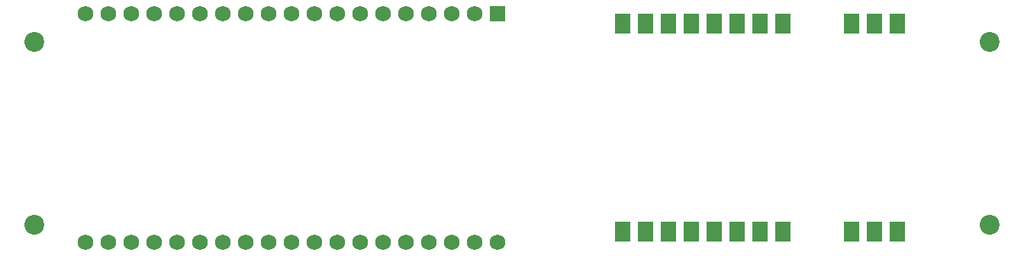
<source format=gbr>
%TF.GenerationSoftware,KiCad,Pcbnew,6.0.11+dfsg-1*%
%TF.CreationDate,2025-08-05T12:34:31+02:00*%
%TF.ProjectId,Kimera,4b696d65-7261-42e6-9b69-6361645f7063,rev?*%
%TF.SameCoordinates,Original*%
%TF.FileFunction,Soldermask,Top*%
%TF.FilePolarity,Negative*%
%FSLAX46Y46*%
G04 Gerber Fmt 4.6, Leading zero omitted, Abs format (unit mm)*
G04 Created by KiCad (PCBNEW 6.0.11+dfsg-1) date 2025-08-05 12:34:31*
%MOMM*%
%LPD*%
G01*
G04 APERTURE LIST*
G04 Aperture macros list*
%AMRoundRect*
0 Rectangle with rounded corners*
0 $1 Rounding radius*
0 $2 $3 $4 $5 $6 $7 $8 $9 X,Y pos of 4 corners*
0 Add a 4 corners polygon primitive as box body*
4,1,4,$2,$3,$4,$5,$6,$7,$8,$9,$2,$3,0*
0 Add four circle primitives for the rounded corners*
1,1,$1+$1,$2,$3*
1,1,$1+$1,$4,$5*
1,1,$1+$1,$6,$7*
1,1,$1+$1,$8,$9*
0 Add four rect primitives between the rounded corners*
20,1,$1+$1,$2,$3,$4,$5,0*
20,1,$1+$1,$4,$5,$6,$7,0*
20,1,$1+$1,$6,$7,$8,$9,0*
20,1,$1+$1,$8,$9,$2,$3,0*%
G04 Aperture macros list end*
%ADD10C,2.200000*%
%ADD11RoundRect,0.102000X0.755000X-1.040000X0.755000X1.040000X-0.755000X1.040000X-0.755000X-1.040000X0*%
%ADD12RoundRect,0.102000X-0.765000X0.765000X-0.765000X-0.765000X0.765000X-0.765000X0.765000X0.765000X0*%
%ADD13C,1.734000*%
G04 APERTURE END LIST*
D10*
%TO.C,REF\u002A\u002A*%
X199390000Y-112395000D03*
%TD*%
%TO.C,REF\u002A\u002A*%
X199390000Y-92075000D03*
%TD*%
%TO.C,REF\u002A\u002A*%
X93345000Y-112395000D03*
%TD*%
%TO.C,REF\u002A\u002A*%
X93345000Y-92075000D03*
%TD*%
D11*
%TO.C,U2*%
X158620000Y-113175000D03*
X161160000Y-113175000D03*
X163700000Y-113175000D03*
X166240000Y-113175000D03*
X168780000Y-113175000D03*
X171320000Y-113175000D03*
X173860000Y-113175000D03*
X158620000Y-90025000D03*
X161160000Y-90025000D03*
X163700000Y-90025000D03*
X166240000Y-90025000D03*
X168780000Y-90025000D03*
X171320000Y-90025000D03*
X173860000Y-90025000D03*
X176400000Y-90025000D03*
X176400000Y-113175000D03*
X184000000Y-90025000D03*
X186540000Y-90025000D03*
X189080000Y-90025000D03*
X184000000Y-113175000D03*
X186540000Y-113175000D03*
X189080000Y-113175000D03*
%TD*%
D12*
%TO.C,U1*%
X144770000Y-88900000D03*
D13*
X142230000Y-88900000D03*
X139690000Y-88900000D03*
X137150000Y-88900000D03*
X134610000Y-88900000D03*
X132070000Y-88900000D03*
X129530000Y-88900000D03*
X126990000Y-88900000D03*
X124450000Y-88900000D03*
X121910000Y-88900000D03*
X119370000Y-88900000D03*
X116830000Y-88900000D03*
X114290000Y-88900000D03*
X111750000Y-88900000D03*
X109210000Y-88900000D03*
X106670000Y-88900000D03*
X104130000Y-88900000D03*
X101590000Y-88900000D03*
X99050000Y-88900000D03*
X99050000Y-114300000D03*
X101590000Y-114300000D03*
X104130000Y-114300000D03*
X106670000Y-114300000D03*
X109210000Y-114300000D03*
X111750000Y-114300000D03*
X114290000Y-114300000D03*
X116830000Y-114300000D03*
X119370000Y-114300000D03*
X121910000Y-114300000D03*
X124450000Y-114300000D03*
X126990000Y-114300000D03*
X129530000Y-114300000D03*
X132070000Y-114300000D03*
X134610000Y-114300000D03*
X137150000Y-114300000D03*
X139690000Y-114300000D03*
X142230000Y-114300000D03*
X144770000Y-114300000D03*
%TD*%
M02*

</source>
